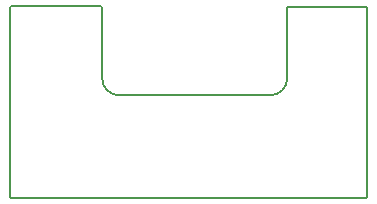
<source format=gko>
G04*
G04 #@! TF.GenerationSoftware,Altium Limited,Altium Designer,22.11.1 (43)*
G04*
G04 Layer_Color=16711935*
%FSLAX25Y25*%
%MOIN*%
G70*
G04*
G04 #@! TF.SameCoordinates,88FEEC96-C8F5-481B-BEC2-3E2380618A1E*
G04*
G04*
G04 #@! TF.FilePolarity,Positive*
G04*
G01*
G75*
%ADD10C,0.00787*%
D10*
X-104134Y16261D02*
G03*
X-104529Y15866I0J-395D01*
G01*
X-73817D02*
G03*
X-74213Y16261I-395J0D01*
G01*
X-73817Y-7877D02*
G03*
X-68316Y-13384I5510J3D01*
G01*
X-17712Y-13384D02*
G03*
X-12206Y-7877I-5J5510D01*
G01*
X-11811Y16143D02*
G03*
X-12206Y15748I0J-395D01*
G01*
X14372D02*
G03*
X13976Y16143I-395J0D01*
G01*
Y-47639D02*
G03*
X14372Y-47244I0J395D01*
G01*
X-104529Y-47244D02*
G03*
X-104134Y-47639I395J0D01*
G01*
X-104529Y-47244D02*
Y15866D01*
X-104134Y16261D02*
X-74213D01*
X-73817Y-7874D02*
Y15866D01*
X-73817Y-7877D02*
X-73817Y-7874D01*
X-68316Y-13384D02*
X-17712Y-13384D01*
X-12206Y-7874D02*
X-12206Y-7877D01*
X-12206Y-7874D02*
Y15748D01*
X-11811Y16143D02*
X13976D01*
X14372Y-47244D02*
Y15748D01*
X-104134Y-47639D02*
X13976Y-47639D01*
M02*

</source>
